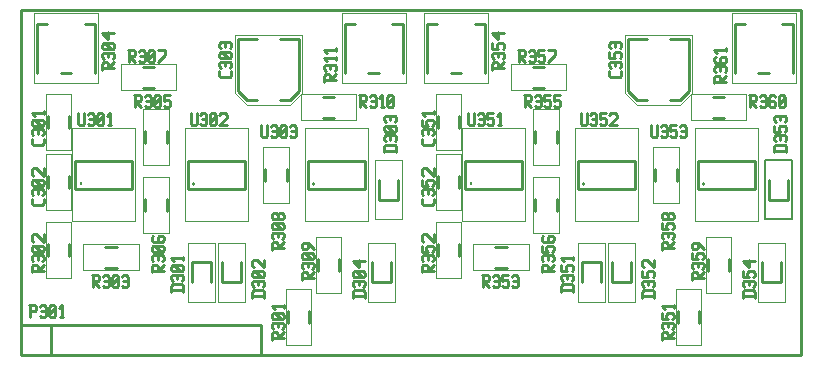
<source format=gto>
G04 start of page 8 for group -4079 idx -4079 *
G04 Title: 26.007.01.01.01, topsilk *
G04 Creator: pcb 4.2.2 *
G04 CreationDate: Sat Feb 13 13:51:24 2021 UTC *
G04 For: bert *
G04 Format: Gerber/RS-274X *
G04 PCB-Dimensions (mil): 2600.00 1150.00 *
G04 PCB-Coordinate-Origin: lower left *
%MOIN*%
%FSLAX25Y25*%
%LNGTO*%
%ADD40C,0.0050*%
%ADD39C,0.0000*%
%ADD38C,0.0100*%
G54D38*X0Y0D02*X260000D01*
Y115000D01*
X0D01*
Y0D01*
G54D39*X94500Y75500D02*Y44500D01*
Y75500D02*X115500D01*
Y44500D01*
X94500D02*X115500D01*
G54D38*X95500Y64724D02*Y55276D01*
Y64724D02*X114500D01*
Y55276D01*
X95500D02*X114500D01*
X97500Y56900D02*G75*G03X97500Y56900I0J100D01*G01*
G54D39*X80707Y69274D02*X89293D01*
X80707Y50726D02*X89293D01*
Y69274D02*Y50726D01*
X80707Y69274D02*Y50726D01*
G54D38*X88543Y61968D02*Y58032D01*
X81457Y61968D02*Y58032D01*
G54D39*X98207Y39274D02*X106793D01*
X98207Y20726D02*X106793D01*
Y39274D02*Y20726D01*
X98207Y39274D02*Y20726D01*
G54D38*X106043Y31968D02*Y28032D01*
X98957Y31968D02*Y28032D01*
G54D39*X138207Y44274D02*X146793D01*
X138207Y25726D02*X146793D01*
Y44274D02*Y25726D01*
X138207Y44274D02*Y25726D01*
G54D38*X146043Y36968D02*Y33032D01*
X138957Y36968D02*Y33032D01*
G54D39*X138207Y86774D02*X146793D01*
X138207Y68226D02*X146793D01*
Y86774D02*Y68226D01*
X138207Y86774D02*Y68226D01*
G54D38*X146043Y79468D02*Y75532D01*
X138957Y79468D02*Y75532D01*
G54D39*X138207Y48226D02*X146793D01*
X138207Y66774D02*X146793D01*
X138207D02*Y48226D01*
X146793Y66774D02*Y48226D01*
G54D38*X138957Y59468D02*Y55532D01*
X146043Y59468D02*Y55532D01*
G54D39*X88207Y21774D02*X96793D01*
X88207Y3226D02*X96793D01*
Y21774D02*Y3226D01*
X88207Y21774D02*Y3226D01*
G54D38*X96043Y14468D02*Y10532D01*
X88957Y14468D02*Y10532D01*
G54D39*X127027Y64842D02*Y45158D01*
X117973Y64842D02*Y45158D01*
Y64842D02*X127027D01*
X117973Y45158D02*X127027D01*
G54D38*X119351Y51654D02*X125649D01*
X119351Y58346D02*Y51654D01*
X125649Y58346D02*Y51654D01*
G54D39*X124527Y37342D02*Y17658D01*
X115473Y37342D02*Y17658D01*
Y37342D02*X124527D01*
X115473Y17658D02*X124527D01*
G54D38*X116851Y24154D02*X123149D01*
X116851Y30846D02*Y24154D01*
X123149Y30846D02*Y24154D01*
G54D39*X128145Y90733D02*X106855D01*
Y113767D02*X128145D01*
Y90733D01*
X106855Y113767D02*Y90733D01*
G54D38*X119300Y93839D02*X115700D01*
X127145Y110374D02*X123700D01*
X107855D02*X111300D01*
X127145D02*Y93839D01*
X107855Y110374D02*Y93839D01*
G54D39*X210707Y69274D02*X219293D01*
X210707Y50726D02*X219293D01*
Y69274D02*Y50726D01*
X210707Y69274D02*Y50726D01*
G54D38*X218543Y61968D02*Y58032D01*
X211457Y61968D02*Y58032D01*
G54D40*X257027Y64842D02*Y45158D01*
X247973Y64842D02*Y45158D01*
Y64842D02*X257027D01*
X247973Y45158D02*X257027D01*
G54D38*X249351Y51654D02*X255649D01*
X249351Y58346D02*Y51654D01*
X255649Y58346D02*Y51654D01*
G54D39*X224500Y75500D02*Y44500D01*
Y75500D02*X245500D01*
Y44500D01*
X224500D02*X245500D01*
G54D38*X225500Y64724D02*Y55276D01*
Y64724D02*X244500D01*
Y55276D01*
X225500D02*X244500D01*
X227500Y56900D02*G75*G03X227500Y56900I0J100D01*G01*
G54D39*X170707Y81774D02*X179293D01*
X170707Y63226D02*X179293D01*
Y81774D02*Y63226D01*
X170707Y81774D02*Y63226D01*
G54D38*X178543Y74468D02*Y70532D01*
X171457Y74468D02*Y70532D01*
G54D39*X181774Y88207D02*Y96793D01*
X163226Y88207D02*Y96793D01*
Y88207D02*X181774D01*
X163226Y96793D02*X181774D01*
G54D38*X170532Y88957D02*X174468D01*
X170532Y96043D02*X174468D01*
G54D39*X155645Y90733D02*X134355D01*
Y113767D02*X155645D01*
Y90733D01*
X134355Y113767D02*Y90733D01*
G54D38*X146800Y93839D02*X143200D01*
X154645Y110374D02*X151200D01*
X135355D02*X138800D01*
X154645D02*Y93839D01*
X135355Y110374D02*Y93839D01*
G54D39*X218207Y21774D02*X226793D01*
X218207Y3226D02*X226793D01*
Y21774D02*Y3226D01*
X218207Y21774D02*Y3226D01*
G54D38*X226043Y14468D02*Y10532D01*
X218957Y14468D02*Y10532D01*
G54D39*X228207Y39274D02*X236793D01*
X228207Y20726D02*X236793D01*
Y39274D02*Y20726D01*
X228207Y39274D02*Y20726D01*
G54D38*X236043Y31968D02*Y28032D01*
X228957Y31968D02*Y28032D01*
G54D39*X254527Y37342D02*Y17658D01*
X245473Y37342D02*Y17658D01*
Y37342D02*X254527D01*
X245473Y17658D02*X254527D01*
G54D38*X246851Y24154D02*X253149D01*
X246851Y30846D02*Y24154D01*
X253149Y30846D02*Y24154D01*
G54D39*X169274Y28207D02*Y36793D01*
X150726Y28207D02*Y36793D01*
Y28207D02*X169274D01*
X150726Y36793D02*X169274D01*
G54D38*X158032Y28957D02*X161968D01*
X158032Y36043D02*X161968D01*
G54D39*X170707Y59274D02*X179293D01*
X170707Y40726D02*X179293D01*
Y59274D02*Y40726D01*
X170707Y59274D02*Y40726D01*
G54D38*X178543Y51968D02*Y48032D01*
X171457Y51968D02*Y48032D01*
G54D39*X204527Y37342D02*Y17658D01*
X195473Y37342D02*Y17658D01*
Y37342D02*X204527D01*
X195473Y17658D02*X204527D01*
G54D38*X196851Y24154D02*X203149D01*
X196851Y30846D02*Y24154D01*
X203149Y30846D02*Y24154D01*
G54D39*X185473Y37342D02*Y17658D01*
X194527Y37342D02*Y17658D01*
X185473D02*X194527D01*
X185473Y37342D02*X194527D01*
G54D38*X186851Y30846D02*X193149D01*
Y24154D01*
X186851Y30846D02*Y24154D01*
G54D39*X184500Y75500D02*Y44500D01*
Y75500D02*X205500D01*
Y44500D01*
X184500D02*X205500D01*
G54D38*X185500Y64724D02*Y55276D01*
Y64724D02*X204500D01*
Y55276D01*
X185500D02*X204500D01*
X187500Y56900D02*G75*G03X187500Y56900I0J100D01*G01*
G54D39*X258145Y90733D02*X236855D01*
Y113767D02*X258145D01*
Y90733D01*
X236855Y113767D02*Y90733D01*
G54D38*X249300Y93839D02*X245700D01*
X257145Y110374D02*X253700D01*
X237855D02*X241300D01*
X257145D02*Y93839D01*
X237855Y110374D02*Y93839D01*
G54D39*X201342Y87342D02*X205342Y83342D01*
X201342Y106658D02*Y87342D01*
X223658D02*X219658Y83342D01*
X223658Y106658D02*Y87342D01*
X205342Y83342D02*X219658D01*
X201342Y106658D02*X223658D01*
G54D38*X216374Y84842D02*X219658D01*
X222658Y87842D02*X219658Y84842D01*
X222658Y105158D02*Y87842D01*
X216374Y105158D02*X222658D01*
X205342Y84842D02*X208626D01*
X202342Y87842D02*X205342Y84842D01*
X202342Y105158D02*Y87842D01*
Y105158D02*X208626D01*
G54D39*X223226Y86793D02*Y78207D01*
X241774Y86793D02*Y78207D01*
X223226Y86793D02*X241774D01*
X223226Y78207D02*X241774D01*
G54D38*X230532Y86043D02*X234468D01*
X230532Y78957D02*X234468D01*
G54D39*X147000Y75500D02*Y44500D01*
Y75500D02*X168000D01*
Y44500D01*
X147000D02*X168000D01*
G54D38*X148000Y64724D02*Y55276D01*
Y64724D02*X167000D01*
Y55276D01*
X148000D02*X167000D01*
X150000Y56900D02*G75*G03X150000Y56900I0J100D01*G01*
G54D39*X54500Y75500D02*Y44500D01*
Y75500D02*X75500D01*
Y44500D01*
X54500D02*X75500D01*
G54D38*X55500Y64724D02*Y55276D01*
Y64724D02*X74500D01*
Y55276D01*
X55500D02*X74500D01*
X57500Y56900D02*G75*G03X57500Y56900I0J100D01*G01*
G54D39*X8207Y48226D02*X16793D01*
X8207Y66774D02*X16793D01*
X8207D02*Y48226D01*
X16793Y66774D02*Y48226D01*
G54D38*X8957Y59468D02*Y55532D01*
X16043Y59468D02*Y55532D01*
G54D39*X17000Y75500D02*Y44500D01*
Y75500D02*X38000D01*
Y44500D01*
X17000D02*X38000D01*
G54D38*X18000Y64724D02*Y55276D01*
Y64724D02*X37000D01*
Y55276D01*
X18000D02*X37000D01*
X20000Y56900D02*G75*G03X20000Y56900I0J100D01*G01*
G54D39*X8207Y86774D02*X16793D01*
X8207Y68226D02*X16793D01*
Y86774D02*Y68226D01*
X8207Y86774D02*Y68226D01*
G54D38*X16043Y79468D02*Y75532D01*
X8957Y79468D02*Y75532D01*
G54D39*X71342Y87342D02*X75342Y83342D01*
X71342Y106658D02*Y87342D01*
X93658D02*X89658Y83342D01*
X93658Y106658D02*Y87342D01*
X75342Y83342D02*X89658D01*
X71342Y106658D02*X93658D01*
G54D38*X86374Y84842D02*X89658D01*
X92658Y87842D02*X89658Y84842D01*
X92658Y105158D02*Y87842D01*
X86374Y105158D02*X92658D01*
X75342Y84842D02*X78626D01*
X72342Y87842D02*X75342Y84842D01*
X72342Y105158D02*Y87842D01*
Y105158D02*X78626D01*
G54D39*X93226Y86793D02*Y78207D01*
X111774Y86793D02*Y78207D01*
X93226Y86793D02*X111774D01*
X93226Y78207D02*X111774D01*
G54D38*X100532Y86043D02*X104468D01*
X100532Y78957D02*X104468D01*
G54D39*X51774Y88207D02*Y96793D01*
X33226Y88207D02*Y96793D01*
Y88207D02*X51774D01*
X33226Y96793D02*X51774D01*
G54D38*X40532Y88957D02*X44468D01*
X40532Y96043D02*X44468D01*
G54D39*X40707Y81774D02*X49293D01*
X40707Y63226D02*X49293D01*
Y81774D02*Y63226D01*
X40707Y81774D02*Y63226D01*
G54D38*X48543Y74468D02*Y70532D01*
X41457Y74468D02*Y70532D01*
G54D39*X25645Y90733D02*X4355D01*
Y113767D02*X25645D01*
Y90733D01*
X4355Y113767D02*Y90733D01*
G54D38*X16800Y93839D02*X13200D01*
X24645Y110374D02*X21200D01*
X5355D02*X8800D01*
X24645D02*Y93839D01*
X5355Y110374D02*Y93839D01*
X0Y10000D02*Y0D01*
X10000Y10000D02*Y0D01*
X0D02*X80000D01*
X0Y10000D02*X80000D01*
Y0D01*
G54D39*X40707Y59274D02*X49293D01*
X40707Y40726D02*X49293D01*
Y59274D02*Y40726D01*
X40707Y59274D02*Y40726D01*
G54D38*X48543Y51968D02*Y48032D01*
X41457Y51968D02*Y48032D01*
G54D39*X39274Y28207D02*Y36793D01*
X20726Y28207D02*Y36793D01*
Y28207D02*X39274D01*
X20726Y36793D02*X39274D01*
G54D38*X28032Y28957D02*X31968D01*
X28032Y36043D02*X31968D01*
G54D39*X8207Y44274D02*X16793D01*
X8207Y25726D02*X16793D01*
Y44274D02*Y25726D01*
X8207Y44274D02*Y25726D01*
G54D38*X16043Y36968D02*Y33032D01*
X8957Y36968D02*Y33032D01*
G54D39*X74527Y37342D02*Y17658D01*
X65473Y37342D02*Y17658D01*
Y37342D02*X74527D01*
X65473Y17658D02*X74527D01*
G54D38*X66851Y24154D02*X73149D01*
X66851Y30846D02*Y24154D01*
X73149Y30846D02*Y24154D01*
G54D39*X55473Y37342D02*Y17658D01*
X64527Y37342D02*Y17658D01*
X55473D02*X64527D01*
X55473Y37342D02*X64527D01*
G54D38*X56851Y30846D02*X63149D01*
Y24154D01*
X56851Y30846D02*Y24154D01*
X80000Y76500D02*Y73000D01*
X80500Y72500D01*
X81500D01*
X82000Y73000D01*
Y76500D02*Y73000D01*
X83200Y76000D02*X83700Y76500D01*
X84700D01*
X85200Y76000D01*
Y73000D01*
X84700Y72500D02*X85200Y73000D01*
X83700Y72500D02*X84700D01*
X83200Y73000D02*X83700Y72500D01*
Y74500D02*X85200D01*
X86400Y73000D02*X86900Y72500D01*
X86400Y76000D02*Y73000D01*
Y76000D02*X86900Y76500D01*
X87900D01*
X88400Y76000D01*
Y73000D01*
X87900Y72500D02*X88400Y73000D01*
X86900Y72500D02*X87900D01*
X86400Y73500D02*X88400Y75500D01*
X89600Y76000D02*X90100Y76500D01*
X91100D01*
X91600Y76000D01*
Y73000D01*
X91100Y72500D02*X91600Y73000D01*
X90100Y72500D02*X91100D01*
X89600Y73000D02*X90100Y72500D01*
Y74500D02*X91600D01*
X70000Y94500D02*Y93000D01*
X69500Y92500D02*X70000Y93000D01*
X66500Y92500D02*X69500D01*
X66500D02*X66000Y93000D01*
Y94500D02*Y93000D01*
X66500Y95700D02*X66000Y96200D01*
Y97200D02*Y96200D01*
Y97200D02*X66500Y97700D01*
X69500D01*
X70000Y97200D02*X69500Y97700D01*
X70000Y97200D02*Y96200D01*
X69500Y95700D02*X70000Y96200D01*
X68000Y97700D02*Y96200D01*
X69500Y98900D02*X70000Y99400D01*
X66500Y98900D02*X69500D01*
X66500D02*X66000Y99400D01*
Y100400D02*Y99400D01*
Y100400D02*X66500Y100900D01*
X69500D01*
X70000Y100400D02*X69500Y100900D01*
X70000Y100400D02*Y99400D01*
X69000Y98900D02*X67000Y100900D01*
X66500Y102100D02*X66000Y102600D01*
Y103600D02*Y102600D01*
Y103600D02*X66500Y104100D01*
X69500D01*
X70000Y103600D02*X69500Y104100D01*
X70000Y103600D02*Y102600D01*
X69500Y102100D02*X70000Y102600D01*
X68000Y104100D02*Y102600D01*
X101000Y93000D02*Y91000D01*
Y93000D02*X101500Y93500D01*
X102500D01*
X103000Y93000D02*X102500Y93500D01*
X103000Y93000D02*Y91500D01*
X101000D02*X105000D01*
X103000D02*X105000Y93500D01*
X101500Y94700D02*X101000Y95200D01*
Y96200D02*Y95200D01*
Y96200D02*X101500Y96700D01*
X104500D01*
X105000Y96200D02*X104500Y96700D01*
X105000Y96200D02*Y95200D01*
X104500Y94700D02*X105000Y95200D01*
X103000Y96700D02*Y95200D01*
X105000Y99400D02*Y98400D01*
X101000Y98900D02*X105000D01*
X102000Y97900D02*X101000Y98900D01*
X105000Y102100D02*Y101100D01*
X101000Y101600D02*X105000D01*
X102000Y100600D02*X101000Y101600D01*
X56500Y80500D02*Y77000D01*
X57000Y76500D01*
X58000D01*
X58500Y77000D01*
Y80500D02*Y77000D01*
X59700Y80000D02*X60200Y80500D01*
X61200D01*
X61700Y80000D01*
Y77000D01*
X61200Y76500D02*X61700Y77000D01*
X60200Y76500D02*X61200D01*
X59700Y77000D02*X60200Y76500D01*
Y78500D02*X61700D01*
X62900Y77000D02*X63400Y76500D01*
X62900Y80000D02*Y77000D01*
Y80000D02*X63400Y80500D01*
X64400D01*
X64900Y80000D01*
Y77000D01*
X64400Y76500D02*X64900Y77000D01*
X63400Y76500D02*X64400D01*
X62900Y77500D02*X64900Y79500D01*
X66100Y80000D02*X66600Y80500D01*
X68100D01*
X68600Y80000D01*
Y79000D01*
X66100Y76500D02*X68600Y79000D01*
X66100Y76500D02*X68600D01*
X35500Y101500D02*X37500D01*
X38000Y101000D01*
Y100000D01*
X37500Y99500D02*X38000Y100000D01*
X36000Y99500D02*X37500D01*
X36000Y101500D02*Y97500D01*
Y99500D02*X38000Y97500D01*
X39200Y101000D02*X39700Y101500D01*
X40700D01*
X41200Y101000D01*
Y98000D01*
X40700Y97500D02*X41200Y98000D01*
X39700Y97500D02*X40700D01*
X39200Y98000D02*X39700Y97500D01*
Y99500D02*X41200D01*
X42400Y98000D02*X42900Y97500D01*
X42400Y101000D02*Y98000D01*
Y101000D02*X42900Y101500D01*
X43900D01*
X44400Y101000D01*
Y98000D01*
X43900Y97500D02*X44400Y98000D01*
X42900Y97500D02*X43900D01*
X42400Y98500D02*X44400Y100500D01*
X45600Y97500D02*X48100Y100000D01*
Y101500D02*Y100000D01*
X45600Y101500D02*X48100D01*
X37500Y86500D02*X39500D01*
X40000Y86000D01*
Y85000D01*
X39500Y84500D02*X40000Y85000D01*
X38000Y84500D02*X39500D01*
X38000Y86500D02*Y82500D01*
Y84500D02*X40000Y82500D01*
X41200Y86000D02*X41700Y86500D01*
X42700D01*
X43200Y86000D01*
Y83000D01*
X42700Y82500D02*X43200Y83000D01*
X41700Y82500D02*X42700D01*
X41200Y83000D02*X41700Y82500D01*
Y84500D02*X43200D01*
X44400Y83000D02*X44900Y82500D01*
X44400Y86000D02*Y83000D01*
Y86000D02*X44900Y86500D01*
X45900D01*
X46400Y86000D01*
Y83000D01*
X45900Y82500D02*X46400Y83000D01*
X44900Y82500D02*X45900D01*
X44400Y83500D02*X46400Y85500D01*
X47600Y86500D02*X49600D01*
X47600D02*Y84500D01*
X48100Y85000D01*
X49100D01*
X49600Y84500D01*
Y83000D01*
X49100Y82500D02*X49600Y83000D01*
X48100Y82500D02*X49100D01*
X47600Y83000D02*X48100Y82500D01*
X3000Y16500D02*Y12500D01*
X2500Y16500D02*X4500D01*
X5000Y16000D01*
Y15000D01*
X4500Y14500D02*X5000Y15000D01*
X3000Y14500D02*X4500D01*
X6200Y16000D02*X6700Y16500D01*
X7700D01*
X8200Y16000D01*
Y13000D01*
X7700Y12500D02*X8200Y13000D01*
X6700Y12500D02*X7700D01*
X6200Y13000D02*X6700Y12500D01*
Y14500D02*X8200D01*
X9400Y13000D02*X9900Y12500D01*
X9400Y16000D02*Y13000D01*
Y16000D02*X9900Y16500D01*
X10900D01*
X11400Y16000D01*
Y13000D01*
X10900Y12500D02*X11400Y13000D01*
X9900Y12500D02*X10900D01*
X9400Y13500D02*X11400Y15500D01*
X13100Y12500D02*X14100D01*
X13600Y16500D02*Y12500D01*
X12600Y15500D02*X13600Y16500D01*
X3500Y29500D02*Y27500D01*
Y29500D02*X4000Y30000D01*
X5000D01*
X5500Y29500D02*X5000Y30000D01*
X5500Y29500D02*Y28000D01*
X3500D02*X7500D01*
X5500D02*X7500Y30000D01*
X4000Y31200D02*X3500Y31700D01*
Y32700D02*Y31700D01*
Y32700D02*X4000Y33200D01*
X7000D01*
X7500Y32700D02*X7000Y33200D01*
X7500Y32700D02*Y31700D01*
X7000Y31200D02*X7500Y31700D01*
X5500Y33200D02*Y31700D01*
X7000Y34400D02*X7500Y34900D01*
X4000Y34400D02*X7000D01*
X4000D02*X3500Y34900D01*
Y35900D02*Y34900D01*
Y35900D02*X4000Y36400D01*
X7000D01*
X7500Y35900D02*X7000Y36400D01*
X7500Y35900D02*Y34900D01*
X6500Y34400D02*X4500Y36400D01*
X4000Y37600D02*X3500Y38100D01*
Y39600D02*Y38100D01*
Y39600D02*X4000Y40100D01*
X5000D01*
X7500Y37600D02*X5000Y40100D01*
X7500D02*Y37600D01*
X23500Y26500D02*X25500D01*
X26000Y26000D01*
Y25000D01*
X25500Y24500D02*X26000Y25000D01*
X24000Y24500D02*X25500D01*
X24000Y26500D02*Y22500D01*
Y24500D02*X26000Y22500D01*
X27200Y26000D02*X27700Y26500D01*
X28700D01*
X29200Y26000D01*
Y23000D01*
X28700Y22500D02*X29200Y23000D01*
X27700Y22500D02*X28700D01*
X27200Y23000D02*X27700Y22500D01*
Y24500D02*X29200D01*
X30400Y23000D02*X30900Y22500D01*
X30400Y26000D02*Y23000D01*
Y26000D02*X30900Y26500D01*
X31900D01*
X32400Y26000D01*
Y23000D01*
X31900Y22500D02*X32400Y23000D01*
X30900Y22500D02*X31900D01*
X30400Y23500D02*X32400Y25500D01*
X33600Y26000D02*X34100Y26500D01*
X35100D01*
X35600Y26000D01*
Y23000D01*
X35100Y22500D02*X35600Y23000D01*
X34100Y22500D02*X35100D01*
X33600Y23000D02*X34100Y22500D01*
Y24500D02*X35600D01*
X7500Y52000D02*Y50500D01*
X7000Y50000D02*X7500Y50500D01*
X4000Y50000D02*X7000D01*
X4000D02*X3500Y50500D01*
Y52000D02*Y50500D01*
X4000Y53200D02*X3500Y53700D01*
Y54700D02*Y53700D01*
Y54700D02*X4000Y55200D01*
X7000D01*
X7500Y54700D02*X7000Y55200D01*
X7500Y54700D02*Y53700D01*
X7000Y53200D02*X7500Y53700D01*
X5500Y55200D02*Y53700D01*
X7000Y56400D02*X7500Y56900D01*
X4000Y56400D02*X7000D01*
X4000D02*X3500Y56900D01*
Y57900D02*Y56900D01*
Y57900D02*X4000Y58400D01*
X7000D01*
X7500Y57900D02*X7000Y58400D01*
X7500Y57900D02*Y56900D01*
X6500Y56400D02*X4500Y58400D01*
X4000Y59600D02*X3500Y60100D01*
Y61600D02*Y60100D01*
Y61600D02*X4000Y62100D01*
X5000D01*
X7500Y59600D02*X5000Y62100D01*
X7500D02*Y59600D01*
X19000Y80500D02*Y77000D01*
X19500Y76500D01*
X20500D01*
X21000Y77000D01*
Y80500D02*Y77000D01*
X22200Y80000D02*X22700Y80500D01*
X23700D01*
X24200Y80000D01*
Y77000D01*
X23700Y76500D02*X24200Y77000D01*
X22700Y76500D02*X23700D01*
X22200Y77000D02*X22700Y76500D01*
Y78500D02*X24200D01*
X25400Y77000D02*X25900Y76500D01*
X25400Y80000D02*Y77000D01*
Y80000D02*X25900Y80500D01*
X26900D01*
X27400Y80000D01*
Y77000D01*
X26900Y76500D02*X27400Y77000D01*
X25900Y76500D02*X26900D01*
X25400Y77500D02*X27400Y79500D01*
X29100Y76500D02*X30100D01*
X29600Y80500D02*Y76500D01*
X28600Y79500D02*X29600Y80500D01*
X7500Y72000D02*Y70500D01*
X7000Y70000D02*X7500Y70500D01*
X4000Y70000D02*X7000D01*
X4000D02*X3500Y70500D01*
Y72000D02*Y70500D01*
X4000Y73200D02*X3500Y73700D01*
Y74700D02*Y73700D01*
Y74700D02*X4000Y75200D01*
X7000D01*
X7500Y74700D02*X7000Y75200D01*
X7500Y74700D02*Y73700D01*
X7000Y73200D02*X7500Y73700D01*
X5500Y75200D02*Y73700D01*
X7000Y76400D02*X7500Y76900D01*
X4000Y76400D02*X7000D01*
X4000D02*X3500Y76900D01*
Y77900D02*Y76900D01*
Y77900D02*X4000Y78400D01*
X7000D01*
X7500Y77900D02*X7000Y78400D01*
X7500Y77900D02*Y76900D01*
X6500Y76400D02*X4500Y78400D01*
X7500Y81100D02*Y80100D01*
X3500Y80600D02*X7500D01*
X4500Y79600D02*X3500Y80600D01*
X27000Y97000D02*Y95000D01*
Y97000D02*X27500Y97500D01*
X28500D01*
X29000Y97000D02*X28500Y97500D01*
X29000Y97000D02*Y95500D01*
X27000D02*X31000D01*
X29000D02*X31000Y97500D01*
X27500Y98700D02*X27000Y99200D01*
Y100200D02*Y99200D01*
Y100200D02*X27500Y100700D01*
X30500D01*
X31000Y100200D02*X30500Y100700D01*
X31000Y100200D02*Y99200D01*
X30500Y98700D02*X31000Y99200D01*
X29000Y100700D02*Y99200D01*
X30500Y101900D02*X31000Y102400D01*
X27500Y101900D02*X30500D01*
X27500D02*X27000Y102400D01*
Y103400D02*Y102400D01*
Y103400D02*X27500Y103900D01*
X30500D01*
X31000Y103400D02*X30500Y103900D01*
X31000Y103400D02*Y102400D01*
X30000Y101900D02*X28000Y103900D01*
X29000Y105100D02*X27000Y107100D01*
X29000Y107600D02*Y105100D01*
X27000Y107100D02*X31000D01*
X77000Y19500D02*X81000D01*
X77000Y21000D02*X77500Y21500D01*
X80500D01*
X81000Y21000D02*X80500Y21500D01*
X81000Y21000D02*Y19000D01*
X77000Y21000D02*Y19000D01*
X77500Y22700D02*X77000Y23200D01*
Y24200D02*Y23200D01*
Y24200D02*X77500Y24700D01*
X80500D01*
X81000Y24200D02*X80500Y24700D01*
X81000Y24200D02*Y23200D01*
X80500Y22700D02*X81000Y23200D01*
X79000Y24700D02*Y23200D01*
X80500Y25900D02*X81000Y26400D01*
X77500Y25900D02*X80500D01*
X77500D02*X77000Y26400D01*
Y27400D02*Y26400D01*
Y27400D02*X77500Y27900D01*
X80500D01*
X81000Y27400D02*X80500Y27900D01*
X81000Y27400D02*Y26400D01*
X80000Y25900D02*X78000Y27900D01*
X77500Y29100D02*X77000Y29600D01*
Y31100D02*Y29600D01*
Y31100D02*X77500Y31600D01*
X78500D01*
X81000Y29100D02*X78500Y31600D01*
X81000D02*Y29100D01*
X49995Y21516D02*X53995D01*
X49995Y23016D02*X50495Y23516D01*
X53495D01*
X53995Y23016D02*X53495Y23516D01*
X53995Y23016D02*Y21016D01*
X49995Y23016D02*Y21016D01*
X50495Y24716D02*X49995Y25216D01*
Y26216D02*Y25216D01*
Y26216D02*X50495Y26716D01*
X53495D01*
X53995Y26216D02*X53495Y26716D01*
X53995Y26216D02*Y25216D01*
X53495Y24716D02*X53995Y25216D01*
X51995Y26716D02*Y25216D01*
X53495Y27916D02*X53995Y28416D01*
X50495Y27916D02*X53495D01*
X50495D02*X49995Y28416D01*
Y29416D02*Y28416D01*
Y29416D02*X50495Y29916D01*
X53495D01*
X53995Y29416D02*X53495Y29916D01*
X53995Y29416D02*Y28416D01*
X52995Y27916D02*X50995Y29916D01*
X53995Y32616D02*Y31616D01*
X49995Y32116D02*X53995D01*
X50995Y31116D02*X49995Y32116D01*
X213500Y37000D02*Y35000D01*
Y37000D02*X214000Y37500D01*
X215000D01*
X215500Y37000D02*X215000Y37500D01*
X215500Y37000D02*Y35500D01*
X213500D02*X217500D01*
X215500D02*X217500Y37500D01*
X214000Y38700D02*X213500Y39200D01*
Y40200D02*Y39200D01*
Y40200D02*X214000Y40700D01*
X217000D01*
X217500Y40200D02*X217000Y40700D01*
X217500Y40200D02*Y39200D01*
X217000Y38700D02*X217500Y39200D01*
X215500Y40700D02*Y39200D01*
X213500Y43900D02*Y41900D01*
X215500D01*
X215000Y42400D01*
Y43400D02*Y42400D01*
Y43400D02*X215500Y43900D01*
X217000D01*
X217500Y43400D02*X217000Y43900D01*
X217500Y43400D02*Y42400D01*
X217000Y41900D02*X217500Y42400D01*
X217000Y45100D02*X217500Y45600D01*
X216000Y45100D02*X217000D01*
X216000D02*X215500Y45600D01*
Y46600D02*Y45600D01*
Y46600D02*X216000Y47100D01*
X217000D01*
X217500Y46600D02*X217000Y47100D01*
X217500Y46600D02*Y45600D01*
X215000Y45100D02*X215500Y45600D01*
X214000Y45100D02*X215000D01*
X214000D02*X213500Y45600D01*
Y46600D02*Y45600D01*
Y46600D02*X214000Y47100D01*
X215000D01*
X215500Y46600D02*X215000Y47100D01*
X223500Y27000D02*Y25000D01*
Y27000D02*X224000Y27500D01*
X225000D01*
X225500Y27000D02*X225000Y27500D01*
X225500Y27000D02*Y25500D01*
X223500D02*X227500D01*
X225500D02*X227500Y27500D01*
X224000Y28700D02*X223500Y29200D01*
Y30200D02*Y29200D01*
Y30200D02*X224000Y30700D01*
X227000D01*
X227500Y30200D02*X227000Y30700D01*
X227500Y30200D02*Y29200D01*
X227000Y28700D02*X227500Y29200D01*
X225500Y30700D02*Y29200D01*
X223500Y33900D02*Y31900D01*
X225500D01*
X225000Y32400D01*
Y33400D02*Y32400D01*
Y33400D02*X225500Y33900D01*
X227000D01*
X227500Y33400D02*X227000Y33900D01*
X227500Y33400D02*Y32400D01*
X227000Y31900D02*X227500Y32400D01*
Y35100D02*X225500Y37100D01*
X224000D02*X225500D01*
X223500Y36600D02*X224000Y37100D01*
X223500Y36600D02*Y35600D01*
X224000Y35100D02*X223500Y35600D01*
X224000Y35100D02*X225000D01*
X225500Y35600D01*
Y37100D02*Y35600D01*
X240500Y19500D02*X244500D01*
X240500Y21000D02*X241000Y21500D01*
X244000D01*
X244500Y21000D02*X244000Y21500D01*
X244500Y21000D02*Y19000D01*
X240500Y21000D02*Y19000D01*
X241000Y22700D02*X240500Y23200D01*
Y24200D02*Y23200D01*
Y24200D02*X241000Y24700D01*
X244000D01*
X244500Y24200D02*X244000Y24700D01*
X244500Y24200D02*Y23200D01*
X244000Y22700D02*X244500Y23200D01*
X242500Y24700D02*Y23200D01*
X240500Y27900D02*Y25900D01*
X242500D01*
X242000Y26400D01*
Y27400D02*Y26400D01*
Y27400D02*X242500Y27900D01*
X244000D01*
X244500Y27400D02*X244000Y27900D01*
X244500Y27400D02*Y26400D01*
X244000Y25900D02*X244500Y26400D01*
X242500Y29100D02*X240500Y31100D01*
X242500Y31600D02*Y29100D01*
X240500Y31100D02*X244500D01*
X213500Y7000D02*Y5000D01*
Y7000D02*X214000Y7500D01*
X215000D01*
X215500Y7000D02*X215000Y7500D01*
X215500Y7000D02*Y5500D01*
X213500D02*X217500D01*
X215500D02*X217500Y7500D01*
X214000Y8700D02*X213500Y9200D01*
Y10200D02*Y9200D01*
Y10200D02*X214000Y10700D01*
X217000D01*
X217500Y10200D02*X217000Y10700D01*
X217500Y10200D02*Y9200D01*
X217000Y8700D02*X217500Y9200D01*
X215500Y10700D02*Y9200D01*
X213500Y13900D02*Y11900D01*
X215500D01*
X215000Y12400D01*
Y13400D02*Y12400D01*
Y13400D02*X215500Y13900D01*
X217000D01*
X217500Y13400D02*X217000Y13900D01*
X217500Y13400D02*Y12400D01*
X217000Y11900D02*X217500Y12400D01*
Y16600D02*Y15600D01*
X213500Y16100D02*X217500D01*
X214500Y15100D02*X213500Y16100D01*
X207000Y19500D02*X211000D01*
X207000Y21000D02*X207500Y21500D01*
X210500D01*
X211000Y21000D02*X210500Y21500D01*
X211000Y21000D02*Y19000D01*
X207000Y21000D02*Y19000D01*
X207500Y22700D02*X207000Y23200D01*
Y24200D02*Y23200D01*
Y24200D02*X207500Y24700D01*
X210500D01*
X211000Y24200D02*X210500Y24700D01*
X211000Y24200D02*Y23200D01*
X210500Y22700D02*X211000Y23200D01*
X209000Y24700D02*Y23200D01*
X207000Y27900D02*Y25900D01*
X209000D01*
X208500Y26400D01*
Y27400D02*Y26400D01*
Y27400D02*X209000Y27900D01*
X210500D01*
X211000Y27400D02*X210500Y27900D01*
X211000Y27400D02*Y26400D01*
X210500Y25900D02*X211000Y26400D01*
X207500Y29100D02*X207000Y29600D01*
Y31100D02*Y29600D01*
Y31100D02*X207500Y31600D01*
X208500D01*
X211000Y29100D02*X208500Y31600D01*
X211000D02*Y29100D01*
X251000Y68000D02*X255000D01*
X251000Y69500D02*X251500Y70000D01*
X254500D01*
X255000Y69500D02*X254500Y70000D01*
X255000Y69500D02*Y67500D01*
X251000Y69500D02*Y67500D01*
X251500Y71200D02*X251000Y71700D01*
Y72700D02*Y71700D01*
Y72700D02*X251500Y73200D01*
X254500D01*
X255000Y72700D02*X254500Y73200D01*
X255000Y72700D02*Y71700D01*
X254500Y71200D02*X255000Y71700D01*
X253000Y73200D02*Y71700D01*
X251000Y76400D02*Y74400D01*
X253000D01*
X252500Y74900D01*
Y75900D02*Y74900D01*
Y75900D02*X253000Y76400D01*
X254500D01*
X255000Y75900D02*X254500Y76400D01*
X255000Y75900D02*Y74900D01*
X254500Y74400D02*X255000Y74900D01*
X251500Y77600D02*X251000Y78100D01*
Y79100D02*Y78100D01*
Y79100D02*X251500Y79600D01*
X254500D01*
X255000Y79100D02*X254500Y79600D01*
X255000Y79100D02*Y78100D01*
X254500Y77600D02*X255000Y78100D01*
X253000Y79600D02*Y78100D01*
X231000Y92500D02*Y90500D01*
Y92500D02*X231500Y93000D01*
X232500D01*
X233000Y92500D02*X232500Y93000D01*
X233000Y92500D02*Y91000D01*
X231000D02*X235000D01*
X233000D02*X235000Y93000D01*
X231500Y94200D02*X231000Y94700D01*
Y95700D02*Y94700D01*
Y95700D02*X231500Y96200D01*
X234500D01*
X235000Y95700D02*X234500Y96200D01*
X235000Y95700D02*Y94700D01*
X234500Y94200D02*X235000Y94700D01*
X233000Y96200D02*Y94700D01*
X231000Y98900D02*X231500Y99400D01*
X231000Y98900D02*Y97900D01*
X231500Y97400D02*X231000Y97900D01*
X231500Y97400D02*X234500D01*
X235000Y97900D01*
X233000Y98900D02*X233500Y99400D01*
X233000Y98900D02*Y97400D01*
X235000Y98900D02*Y97900D01*
Y98900D02*X234500Y99400D01*
X233500D02*X234500D01*
X235000Y102100D02*Y101100D01*
X231000Y101600D02*X235000D01*
X232000Y100600D02*X231000Y101600D01*
X242500Y86500D02*X244500D01*
X245000Y86000D01*
Y85000D01*
X244500Y84500D02*X245000Y85000D01*
X243000Y84500D02*X244500D01*
X243000Y86500D02*Y82500D01*
Y84500D02*X245000Y82500D01*
X246200Y86000D02*X246700Y86500D01*
X247700D01*
X248200Y86000D01*
Y83000D01*
X247700Y82500D02*X248200Y83000D01*
X246700Y82500D02*X247700D01*
X246200Y83000D02*X246700Y82500D01*
Y84500D02*X248200D01*
X250900Y86500D02*X251400Y86000D01*
X249900Y86500D02*X250900D01*
X249400Y86000D02*X249900Y86500D01*
X249400Y86000D02*Y83000D01*
X249900Y82500D01*
X250900Y84500D02*X251400Y84000D01*
X249400Y84500D02*X250900D01*
X249900Y82500D02*X250900D01*
X251400Y83000D01*
Y84000D02*Y83000D01*
X252600D02*X253100Y82500D01*
X252600Y86000D02*Y83000D01*
Y86000D02*X253100Y86500D01*
X254100D01*
X254600Y86000D01*
Y83000D01*
X254100Y82500D02*X254600Y83000D01*
X253100Y82500D02*X254100D01*
X252600Y83500D02*X254600Y85500D01*
X210000Y76500D02*Y73000D01*
X210500Y72500D01*
X211500D01*
X212000Y73000D01*
Y76500D02*Y73000D01*
X213200Y76000D02*X213700Y76500D01*
X214700D01*
X215200Y76000D01*
Y73000D01*
X214700Y72500D02*X215200Y73000D01*
X213700Y72500D02*X214700D01*
X213200Y73000D02*X213700Y72500D01*
Y74500D02*X215200D01*
X216400Y76500D02*X218400D01*
X216400D02*Y74500D01*
X216900Y75000D01*
X217900D01*
X218400Y74500D01*
Y73000D01*
X217900Y72500D02*X218400Y73000D01*
X216900Y72500D02*X217900D01*
X216400Y73000D02*X216900Y72500D01*
X219600Y76000D02*X220100Y76500D01*
X221100D01*
X221600Y76000D01*
Y73000D01*
X221100Y72500D02*X221600Y73000D01*
X220100Y72500D02*X221100D01*
X219600Y73000D02*X220100Y72500D01*
Y74500D02*X221600D01*
X167500Y86500D02*X169500D01*
X170000Y86000D01*
Y85000D01*
X169500Y84500D02*X170000Y85000D01*
X168000Y84500D02*X169500D01*
X168000Y86500D02*Y82500D01*
Y84500D02*X170000Y82500D01*
X171200Y86000D02*X171700Y86500D01*
X172700D01*
X173200Y86000D01*
Y83000D01*
X172700Y82500D02*X173200Y83000D01*
X171700Y82500D02*X172700D01*
X171200Y83000D02*X171700Y82500D01*
Y84500D02*X173200D01*
X174400Y86500D02*X176400D01*
X174400D02*Y84500D01*
X174900Y85000D01*
X175900D01*
X176400Y84500D01*
Y83000D01*
X175900Y82500D02*X176400Y83000D01*
X174900Y82500D02*X175900D01*
X174400Y83000D02*X174900Y82500D01*
X177600Y86500D02*X179600D01*
X177600D02*Y84500D01*
X178100Y85000D01*
X179100D01*
X179600Y84500D01*
Y83000D01*
X179100Y82500D02*X179600Y83000D01*
X178100Y82500D02*X179100D01*
X177600Y83000D02*X178100Y82500D01*
X149000Y80500D02*Y77000D01*
X149500Y76500D01*
X150500D01*
X151000Y77000D01*
Y80500D02*Y77000D01*
X152200Y80000D02*X152700Y80500D01*
X153700D01*
X154200Y80000D01*
Y77000D01*
X153700Y76500D02*X154200Y77000D01*
X152700Y76500D02*X153700D01*
X152200Y77000D02*X152700Y76500D01*
Y78500D02*X154200D01*
X155400Y80500D02*X157400D01*
X155400D02*Y78500D01*
X155900Y79000D01*
X156900D01*
X157400Y78500D01*
Y77000D01*
X156900Y76500D02*X157400Y77000D01*
X155900Y76500D02*X156900D01*
X155400Y77000D02*X155900Y76500D01*
X159100D02*X160100D01*
X159600Y80500D02*Y76500D01*
X158600Y79500D02*X159600Y80500D01*
X157000Y97000D02*Y95000D01*
Y97000D02*X157500Y97500D01*
X158500D01*
X159000Y97000D02*X158500Y97500D01*
X159000Y97000D02*Y95500D01*
X157000D02*X161000D01*
X159000D02*X161000Y97500D01*
X157500Y98700D02*X157000Y99200D01*
Y100200D02*Y99200D01*
Y100200D02*X157500Y100700D01*
X160500D01*
X161000Y100200D02*X160500Y100700D01*
X161000Y100200D02*Y99200D01*
X160500Y98700D02*X161000Y99200D01*
X159000Y100700D02*Y99200D01*
X157000Y103900D02*Y101900D01*
X159000D01*
X158500Y102400D01*
Y103400D02*Y102400D01*
Y103400D02*X159000Y103900D01*
X160500D01*
X161000Y103400D02*X160500Y103900D01*
X161000Y103400D02*Y102400D01*
X160500Y101900D02*X161000Y102400D01*
X159000Y105100D02*X157000Y107100D01*
X159000Y107600D02*Y105100D01*
X157000Y107100D02*X161000D01*
X153500Y26500D02*X155500D01*
X156000Y26000D01*
Y25000D01*
X155500Y24500D02*X156000Y25000D01*
X154000Y24500D02*X155500D01*
X154000Y26500D02*Y22500D01*
Y24500D02*X156000Y22500D01*
X157200Y26000D02*X157700Y26500D01*
X158700D01*
X159200Y26000D01*
Y23000D01*
X158700Y22500D02*X159200Y23000D01*
X157700Y22500D02*X158700D01*
X157200Y23000D02*X157700Y22500D01*
Y24500D02*X159200D01*
X160400Y26500D02*X162400D01*
X160400D02*Y24500D01*
X160900Y25000D01*
X161900D01*
X162400Y24500D01*
Y23000D01*
X161900Y22500D02*X162400Y23000D01*
X160900Y22500D02*X161900D01*
X160400Y23000D02*X160900Y22500D01*
X163600Y26000D02*X164100Y26500D01*
X165100D01*
X165600Y26000D01*
Y23000D01*
X165100Y22500D02*X165600Y23000D01*
X164100Y22500D02*X165100D01*
X163600Y23000D02*X164100Y22500D01*
Y24500D02*X165600D01*
X179995Y21516D02*X183995D01*
X179995Y23016D02*X180495Y23516D01*
X183495D01*
X183995Y23016D02*X183495Y23516D01*
X183995Y23016D02*Y21016D01*
X179995Y23016D02*Y21016D01*
X180495Y24716D02*X179995Y25216D01*
Y26216D02*Y25216D01*
Y26216D02*X180495Y26716D01*
X183495D01*
X183995Y26216D02*X183495Y26716D01*
X183995Y26216D02*Y25216D01*
X183495Y24716D02*X183995Y25216D01*
X181995Y26716D02*Y25216D01*
X179995Y29916D02*Y27916D01*
X181995D01*
X181495Y28416D01*
Y29416D02*Y28416D01*
Y29416D02*X181995Y29916D01*
X183495D01*
X183995Y29416D02*X183495Y29916D01*
X183995Y29416D02*Y28416D01*
X183495Y27916D02*X183995Y28416D01*
Y32616D02*Y31616D01*
X179995Y32116D02*X183995D01*
X180995Y31116D02*X179995Y32116D01*
X173500Y29500D02*Y27500D01*
Y29500D02*X174000Y30000D01*
X175000D01*
X175500Y29500D02*X175000Y30000D01*
X175500Y29500D02*Y28000D01*
X173500D02*X177500D01*
X175500D02*X177500Y30000D01*
X174000Y31200D02*X173500Y31700D01*
Y32700D02*Y31700D01*
Y32700D02*X174000Y33200D01*
X177000D01*
X177500Y32700D02*X177000Y33200D01*
X177500Y32700D02*Y31700D01*
X177000Y31200D02*X177500Y31700D01*
X175500Y33200D02*Y31700D01*
X173500Y36400D02*Y34400D01*
X175500D01*
X175000Y34900D01*
Y35900D02*Y34900D01*
Y35900D02*X175500Y36400D01*
X177000D01*
X177500Y35900D02*X177000Y36400D01*
X177500Y35900D02*Y34900D01*
X177000Y34400D02*X177500Y34900D01*
X173500Y39100D02*X174000Y39600D01*
X173500Y39100D02*Y38100D01*
X174000Y37600D02*X173500Y38100D01*
X174000Y37600D02*X177000D01*
X177500Y38100D01*
X175500Y39100D02*X176000Y39600D01*
X175500Y39100D02*Y37600D01*
X177500Y39100D02*Y38100D01*
Y39100D02*X177000Y39600D01*
X176000D02*X177000D01*
X165500Y101500D02*X167500D01*
X168000Y101000D01*
Y100000D01*
X167500Y99500D02*X168000Y100000D01*
X166000Y99500D02*X167500D01*
X166000Y101500D02*Y97500D01*
Y99500D02*X168000Y97500D01*
X169200Y101000D02*X169700Y101500D01*
X170700D01*
X171200Y101000D01*
Y98000D01*
X170700Y97500D02*X171200Y98000D01*
X169700Y97500D02*X170700D01*
X169200Y98000D02*X169700Y97500D01*
Y99500D02*X171200D01*
X172400Y101500D02*X174400D01*
X172400D02*Y99500D01*
X172900Y100000D01*
X173900D01*
X174400Y99500D01*
Y98000D01*
X173900Y97500D02*X174400Y98000D01*
X172900Y97500D02*X173900D01*
X172400Y98000D02*X172900Y97500D01*
X175600D02*X178100Y100000D01*
Y101500D02*Y100000D01*
X175600Y101500D02*X178100D01*
X200000Y94500D02*Y93000D01*
X199500Y92500D02*X200000Y93000D01*
X196500Y92500D02*X199500D01*
X196500D02*X196000Y93000D01*
Y94500D02*Y93000D01*
X196500Y95700D02*X196000Y96200D01*
Y97200D02*Y96200D01*
Y97200D02*X196500Y97700D01*
X199500D01*
X200000Y97200D02*X199500Y97700D01*
X200000Y97200D02*Y96200D01*
X199500Y95700D02*X200000Y96200D01*
X198000Y97700D02*Y96200D01*
X196000Y100900D02*Y98900D01*
X198000D01*
X197500Y99400D01*
Y100400D02*Y99400D01*
Y100400D02*X198000Y100900D01*
X199500D01*
X200000Y100400D02*X199500Y100900D01*
X200000Y100400D02*Y99400D01*
X199500Y98900D02*X200000Y99400D01*
X196500Y102100D02*X196000Y102600D01*
Y103600D02*Y102600D01*
Y103600D02*X196500Y104100D01*
X199500D01*
X200000Y103600D02*X199500Y104100D01*
X200000Y103600D02*Y102600D01*
X199500Y102100D02*X200000Y102600D01*
X198000Y104100D02*Y102600D01*
X186500Y80500D02*Y77000D01*
X187000Y76500D01*
X188000D01*
X188500Y77000D01*
Y80500D02*Y77000D01*
X189700Y80000D02*X190200Y80500D01*
X191200D01*
X191700Y80000D01*
Y77000D01*
X191200Y76500D02*X191700Y77000D01*
X190200Y76500D02*X191200D01*
X189700Y77000D02*X190200Y76500D01*
Y78500D02*X191700D01*
X192900Y80500D02*X194900D01*
X192900D02*Y78500D01*
X193400Y79000D01*
X194400D01*
X194900Y78500D01*
Y77000D01*
X194400Y76500D02*X194900Y77000D01*
X193400Y76500D02*X194400D01*
X192900Y77000D02*X193400Y76500D01*
X196100Y80000D02*X196600Y80500D01*
X198100D01*
X198600Y80000D01*
Y79000D01*
X196100Y76500D02*X198600Y79000D01*
X196100Y76500D02*X198600D01*
X133500Y29500D02*Y27500D01*
Y29500D02*X134000Y30000D01*
X135000D01*
X135500Y29500D02*X135000Y30000D01*
X135500Y29500D02*Y28000D01*
X133500D02*X137500D01*
X135500D02*X137500Y30000D01*
X134000Y31200D02*X133500Y31700D01*
Y32700D02*Y31700D01*
Y32700D02*X134000Y33200D01*
X137000D01*
X137500Y32700D02*X137000Y33200D01*
X137500Y32700D02*Y31700D01*
X137000Y31200D02*X137500Y31700D01*
X135500Y33200D02*Y31700D01*
X133500Y36400D02*Y34400D01*
X135500D01*
X135000Y34900D01*
Y35900D02*Y34900D01*
Y35900D02*X135500Y36400D01*
X137000D01*
X137500Y35900D02*X137000Y36400D01*
X137500Y35900D02*Y34900D01*
X137000Y34400D02*X137500Y34900D01*
X134000Y37600D02*X133500Y38100D01*
Y39600D02*Y38100D01*
Y39600D02*X134000Y40100D01*
X135000D01*
X137500Y37600D02*X135000Y40100D01*
X137500D02*Y37600D01*
Y72000D02*Y70500D01*
X137000Y70000D02*X137500Y70500D01*
X134000Y70000D02*X137000D01*
X134000D02*X133500Y70500D01*
Y72000D02*Y70500D01*
X134000Y73200D02*X133500Y73700D01*
Y74700D02*Y73700D01*
Y74700D02*X134000Y75200D01*
X137000D01*
X137500Y74700D02*X137000Y75200D01*
X137500Y74700D02*Y73700D01*
X137000Y73200D02*X137500Y73700D01*
X135500Y75200D02*Y73700D01*
X133500Y78400D02*Y76400D01*
X135500D01*
X135000Y76900D01*
Y77900D02*Y76900D01*
Y77900D02*X135500Y78400D01*
X137000D01*
X137500Y77900D02*X137000Y78400D01*
X137500Y77900D02*Y76900D01*
X137000Y76400D02*X137500Y76900D01*
Y81100D02*Y80100D01*
X133500Y80600D02*X137500D01*
X134500Y79600D02*X133500Y80600D01*
X137500Y52000D02*Y50500D01*
X137000Y50000D02*X137500Y50500D01*
X134000Y50000D02*X137000D01*
X134000D02*X133500Y50500D01*
Y52000D02*Y50500D01*
X134000Y53200D02*X133500Y53700D01*
Y54700D02*Y53700D01*
Y54700D02*X134000Y55200D01*
X137000D01*
X137500Y54700D02*X137000Y55200D01*
X137500Y54700D02*Y53700D01*
X137000Y53200D02*X137500Y53700D01*
X135500Y55200D02*Y53700D01*
X133500Y58400D02*Y56400D01*
X135500D01*
X135000Y56900D01*
Y57900D02*Y56900D01*
Y57900D02*X135500Y58400D01*
X137000D01*
X137500Y57900D02*X137000Y58400D01*
X137500Y57900D02*Y56900D01*
X137000Y56400D02*X137500Y56900D01*
X134000Y59600D02*X133500Y60100D01*
Y61600D02*Y60100D01*
Y61600D02*X134000Y62100D01*
X135000D01*
X137500Y59600D02*X135000Y62100D01*
X137500D02*Y59600D01*
X112500Y86500D02*X114500D01*
X115000Y86000D01*
Y85000D01*
X114500Y84500D02*X115000Y85000D01*
X113000Y84500D02*X114500D01*
X113000Y86500D02*Y82500D01*
Y84500D02*X115000Y82500D01*
X116200Y86000D02*X116700Y86500D01*
X117700D01*
X118200Y86000D01*
Y83000D01*
X117700Y82500D02*X118200Y83000D01*
X116700Y82500D02*X117700D01*
X116200Y83000D02*X116700Y82500D01*
Y84500D02*X118200D01*
X119900Y82500D02*X120900D01*
X120400Y86500D02*Y82500D01*
X119400Y85500D02*X120400Y86500D01*
X122100Y83000D02*X122600Y82500D01*
X122100Y86000D02*Y83000D01*
Y86000D02*X122600Y86500D01*
X123600D01*
X124100Y86000D01*
Y83000D01*
X123600Y82500D02*X124100Y83000D01*
X122600Y82500D02*X123600D01*
X122100Y83500D02*X124100Y85500D01*
X121000Y68000D02*X125000D01*
X121000Y69500D02*X121500Y70000D01*
X124500D01*
X125000Y69500D02*X124500Y70000D01*
X125000Y69500D02*Y67500D01*
X121000Y69500D02*Y67500D01*
X121500Y71200D02*X121000Y71700D01*
Y72700D02*Y71700D01*
Y72700D02*X121500Y73200D01*
X124500D01*
X125000Y72700D02*X124500Y73200D01*
X125000Y72700D02*Y71700D01*
X124500Y71200D02*X125000Y71700D01*
X123000Y73200D02*Y71700D01*
X124500Y74400D02*X125000Y74900D01*
X121500Y74400D02*X124500D01*
X121500D02*X121000Y74900D01*
Y75900D02*Y74900D01*
Y75900D02*X121500Y76400D01*
X124500D01*
X125000Y75900D02*X124500Y76400D01*
X125000Y75900D02*Y74900D01*
X124000Y74400D02*X122000Y76400D01*
X121500Y77600D02*X121000Y78100D01*
Y79100D02*Y78100D01*
Y79100D02*X121500Y79600D01*
X124500D01*
X125000Y79100D02*X124500Y79600D01*
X125000Y79100D02*Y78100D01*
X124500Y77600D02*X125000Y78100D01*
X123000Y79600D02*Y78100D01*
X83500Y7000D02*Y5000D01*
Y7000D02*X84000Y7500D01*
X85000D01*
X85500Y7000D02*X85000Y7500D01*
X85500Y7000D02*Y5500D01*
X83500D02*X87500D01*
X85500D02*X87500Y7500D01*
X84000Y8700D02*X83500Y9200D01*
Y10200D02*Y9200D01*
Y10200D02*X84000Y10700D01*
X87000D01*
X87500Y10200D02*X87000Y10700D01*
X87500Y10200D02*Y9200D01*
X87000Y8700D02*X87500Y9200D01*
X85500Y10700D02*Y9200D01*
X87000Y11900D02*X87500Y12400D01*
X84000Y11900D02*X87000D01*
X84000D02*X83500Y12400D01*
Y13400D02*Y12400D01*
Y13400D02*X84000Y13900D01*
X87000D01*
X87500Y13400D02*X87000Y13900D01*
X87500Y13400D02*Y12400D01*
X86500Y11900D02*X84500Y13900D01*
X87500Y16600D02*Y15600D01*
X83500Y16100D02*X87500D01*
X84500Y15100D02*X83500Y16100D01*
Y37000D02*Y35000D01*
Y37000D02*X84000Y37500D01*
X85000D01*
X85500Y37000D02*X85000Y37500D01*
X85500Y37000D02*Y35500D01*
X83500D02*X87500D01*
X85500D02*X87500Y37500D01*
X84000Y38700D02*X83500Y39200D01*
Y40200D02*Y39200D01*
Y40200D02*X84000Y40700D01*
X87000D01*
X87500Y40200D02*X87000Y40700D01*
X87500Y40200D02*Y39200D01*
X87000Y38700D02*X87500Y39200D01*
X85500Y40700D02*Y39200D01*
X87000Y41900D02*X87500Y42400D01*
X84000Y41900D02*X87000D01*
X84000D02*X83500Y42400D01*
Y43400D02*Y42400D01*
Y43400D02*X84000Y43900D01*
X87000D01*
X87500Y43400D02*X87000Y43900D01*
X87500Y43400D02*Y42400D01*
X86500Y41900D02*X84500Y43900D01*
X87000Y45100D02*X87500Y45600D01*
X86000Y45100D02*X87000D01*
X86000D02*X85500Y45600D01*
Y46600D02*Y45600D01*
Y46600D02*X86000Y47100D01*
X87000D01*
X87500Y46600D02*X87000Y47100D01*
X87500Y46600D02*Y45600D01*
X85000Y45100D02*X85500Y45600D01*
X84000Y45100D02*X85000D01*
X84000D02*X83500Y45600D01*
Y46600D02*Y45600D01*
Y46600D02*X84000Y47100D01*
X85000D01*
X85500Y46600D02*X85000Y47100D01*
X43500Y29500D02*Y27500D01*
Y29500D02*X44000Y30000D01*
X45000D01*
X45500Y29500D02*X45000Y30000D01*
X45500Y29500D02*Y28000D01*
X43500D02*X47500D01*
X45500D02*X47500Y30000D01*
X44000Y31200D02*X43500Y31700D01*
Y32700D02*Y31700D01*
Y32700D02*X44000Y33200D01*
X47000D01*
X47500Y32700D02*X47000Y33200D01*
X47500Y32700D02*Y31700D01*
X47000Y31200D02*X47500Y31700D01*
X45500Y33200D02*Y31700D01*
X47000Y34400D02*X47500Y34900D01*
X44000Y34400D02*X47000D01*
X44000D02*X43500Y34900D01*
Y35900D02*Y34900D01*
Y35900D02*X44000Y36400D01*
X47000D01*
X47500Y35900D02*X47000Y36400D01*
X47500Y35900D02*Y34900D01*
X46500Y34400D02*X44500Y36400D01*
X43500Y39100D02*X44000Y39600D01*
X43500Y39100D02*Y38100D01*
X44000Y37600D02*X43500Y38100D01*
X44000Y37600D02*X47000D01*
X47500Y38100D01*
X45500Y39100D02*X46000Y39600D01*
X45500Y39100D02*Y37600D01*
X47500Y39100D02*Y38100D01*
Y39100D02*X47000Y39600D01*
X46000D02*X47000D01*
X93500Y27000D02*Y25000D01*
Y27000D02*X94000Y27500D01*
X95000D01*
X95500Y27000D02*X95000Y27500D01*
X95500Y27000D02*Y25500D01*
X93500D02*X97500D01*
X95500D02*X97500Y27500D01*
X94000Y28700D02*X93500Y29200D01*
Y30200D02*Y29200D01*
Y30200D02*X94000Y30700D01*
X97000D01*
X97500Y30200D02*X97000Y30700D01*
X97500Y30200D02*Y29200D01*
X97000Y28700D02*X97500Y29200D01*
X95500Y30700D02*Y29200D01*
X97000Y31900D02*X97500Y32400D01*
X94000Y31900D02*X97000D01*
X94000D02*X93500Y32400D01*
Y33400D02*Y32400D01*
Y33400D02*X94000Y33900D01*
X97000D01*
X97500Y33400D02*X97000Y33900D01*
X97500Y33400D02*Y32400D01*
X96500Y31900D02*X94500Y33900D01*
X97500Y35100D02*X95500Y37100D01*
X94000D02*X95500D01*
X93500Y36600D02*X94000Y37100D01*
X93500Y36600D02*Y35600D01*
X94000Y35100D02*X93500Y35600D01*
X94000Y35100D02*X95000D01*
X95500Y35600D01*
Y37100D02*Y35600D01*
X110500Y19500D02*X114500D01*
X110500Y21000D02*X111000Y21500D01*
X114000D01*
X114500Y21000D02*X114000Y21500D01*
X114500Y21000D02*Y19000D01*
X110500Y21000D02*Y19000D01*
X111000Y22700D02*X110500Y23200D01*
Y24200D02*Y23200D01*
Y24200D02*X111000Y24700D01*
X114000D01*
X114500Y24200D02*X114000Y24700D01*
X114500Y24200D02*Y23200D01*
X114000Y22700D02*X114500Y23200D01*
X112500Y24700D02*Y23200D01*
X114000Y25900D02*X114500Y26400D01*
X111000Y25900D02*X114000D01*
X111000D02*X110500Y26400D01*
Y27400D02*Y26400D01*
Y27400D02*X111000Y27900D01*
X114000D01*
X114500Y27400D02*X114000Y27900D01*
X114500Y27400D02*Y26400D01*
X113500Y25900D02*X111500Y27900D01*
X112500Y29100D02*X110500Y31100D01*
X112500Y31600D02*Y29100D01*
X110500Y31100D02*X114500D01*
M02*

</source>
